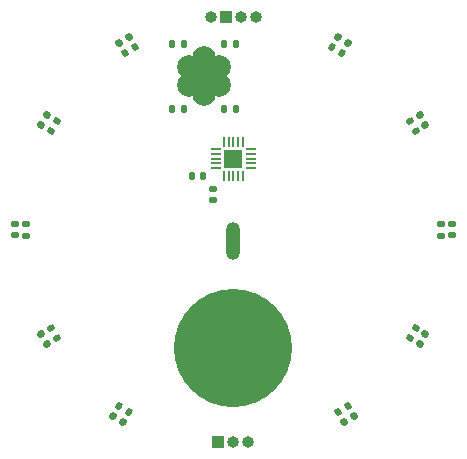
<source format=gts>
%TF.GenerationSoftware,KiCad,Pcbnew,8.0.7*%
%TF.CreationDate,2024-12-04T21:33:05-06:00*%
%TF.ProjectId,b1,62312e6b-6963-4616-945f-706362585858,rev?*%
%TF.SameCoordinates,Original*%
%TF.FileFunction,Soldermask,Top*%
%TF.FilePolarity,Negative*%
%FSLAX46Y46*%
G04 Gerber Fmt 4.6, Leading zero omitted, Abs format (unit mm)*
G04 Created by KiCad (PCBNEW 8.0.7) date 2024-12-04 21:33:05*
%MOMM*%
%LPD*%
G01*
G04 APERTURE LIST*
G04 Aperture macros list*
%AMRoundRect*
0 Rectangle with rounded corners*
0 $1 Rounding radius*
0 $2 $3 $4 $5 $6 $7 $8 $9 X,Y pos of 4 corners*
0 Add a 4 corners polygon primitive as box body*
4,1,4,$2,$3,$4,$5,$6,$7,$8,$9,$2,$3,0*
0 Add four circle primitives for the rounded corners*
1,1,$1+$1,$2,$3*
1,1,$1+$1,$4,$5*
1,1,$1+$1,$6,$7*
1,1,$1+$1,$8,$9*
0 Add four rect primitives between the rounded corners*
20,1,$1+$1,$2,$3,$4,$5,0*
20,1,$1+$1,$4,$5,$6,$7,0*
20,1,$1+$1,$6,$7,$8,$9,0*
20,1,$1+$1,$8,$9,$2,$3,0*%
G04 Aperture macros list end*
%ADD10RoundRect,0.135000X0.209413X0.092715X-0.024413X0.227715X-0.209413X-0.092715X0.024413X-0.227715X0*%
%ADD11RoundRect,0.147500X0.223139X-0.041489X0.075639X0.213989X-0.223139X0.041489X-0.075639X-0.213989X0*%
%ADD12RoundRect,0.140000X-0.140000X-0.170000X0.140000X-0.170000X0.140000X0.170000X-0.140000X0.170000X0*%
%ADD13O,1.000000X1.000000*%
%ADD14R,1.000000X1.000000*%
%ADD15RoundRect,0.135000X0.227715X-0.024413X0.092715X0.209413X-0.227715X0.024413X-0.092715X-0.209413X0*%
%ADD16RoundRect,0.147500X0.213989X0.075639X-0.041489X0.223139X-0.213989X-0.075639X0.041489X-0.223139X0*%
%ADD17RoundRect,0.050000X-0.375000X-0.050000X0.375000X-0.050000X0.375000X0.050000X-0.375000X0.050000X0*%
%ADD18RoundRect,0.050000X-0.050000X-0.375000X0.050000X-0.375000X0.050000X0.375000X-0.050000X0.375000X0*%
%ADD19R,1.650000X1.650000*%
%ADD20C,2.000000*%
%ADD21RoundRect,0.140000X-0.170000X0.140000X-0.170000X-0.140000X0.170000X-0.140000X0.170000X0.140000X0*%
%ADD22RoundRect,0.140000X0.140000X0.170000X-0.140000X0.170000X-0.140000X-0.170000X0.140000X-0.170000X0*%
%ADD23RoundRect,0.135000X0.024413X0.227715X-0.209413X0.092715X-0.024413X-0.227715X0.209413X-0.092715X0*%
%ADD24RoundRect,0.147500X-0.213989X-0.075639X0.041489X-0.223139X0.213989X0.075639X-0.041489X0.223139X0*%
%ADD25RoundRect,0.135000X-0.185000X0.135000X-0.185000X-0.135000X0.185000X-0.135000X0.185000X0.135000X0*%
%ADD26RoundRect,0.135000X0.092715X-0.209413X0.227715X0.024413X-0.092715X0.209413X-0.227715X-0.024413X0*%
%ADD27RoundRect,0.135000X0.185000X-0.135000X0.185000X0.135000X-0.185000X0.135000X-0.185000X-0.135000X0*%
%ADD28RoundRect,0.147500X0.041489X0.223139X-0.213989X0.075639X-0.041489X-0.223139X0.213989X-0.075639X0*%
%ADD29RoundRect,0.135000X-0.209413X-0.092715X0.024413X-0.227715X0.209413X0.092715X-0.024413X0.227715X0*%
%ADD30RoundRect,0.135000X-0.024413X-0.227715X0.209413X-0.092715X0.024413X0.227715X-0.209413X0.092715X0*%
%ADD31C,10.000000*%
%ADD32RoundRect,0.135000X-0.092715X0.209413X-0.227715X-0.024413X0.092715X-0.209413X0.227715X0.024413X0*%
%ADD33O,1.200000X3.200000*%
%ADD34RoundRect,0.147500X-0.041489X-0.223139X0.213989X-0.075639X0.041489X0.223139X-0.213989X0.075639X0*%
%ADD35RoundRect,0.147500X-0.075639X0.213989X-0.223139X-0.041489X0.075639X-0.213989X0.223139X0.041489X0*%
%ADD36C,4.000000*%
%ADD37RoundRect,0.135000X-0.227715X0.024413X-0.092715X-0.209413X0.227715X-0.024413X0.092715X0.209413X0*%
%ADD38RoundRect,0.147500X0.172500X-0.147500X0.172500X0.147500X-0.172500X0.147500X-0.172500X-0.147500X0*%
%ADD39RoundRect,0.147500X0.075639X-0.213989X0.223139X0.041489X-0.075639X0.213989X-0.223139X-0.041489X0*%
%ADD40RoundRect,0.147500X-0.223139X0.041489X-0.075639X-0.213989X0.223139X-0.041489X0.075639X0.213989X0*%
%ADD41RoundRect,0.147500X-0.172500X0.147500X-0.172500X-0.147500X0.172500X-0.147500X0.172500X0.147500X0*%
G04 APERTURE END LIST*
D10*
%TO.C,R1*%
X41166673Y-65453745D03*
X40283327Y-64943745D03*
%TD*%
D11*
%TO.C,D2*%
X34221030Y-59670022D03*
X33736030Y-58829978D03*
%TD*%
D12*
%TO.C,C6*%
X49220000Y-34250000D03*
X50180000Y-34250000D03*
%TD*%
D13*
%TO.C,J1*%
X48095000Y-32000000D03*
D14*
X49365000Y-32000000D03*
D13*
X50635000Y-32000000D03*
X51905000Y-32000000D03*
%TD*%
D15*
%TO.C,R2*%
X35056254Y-59216673D03*
X34546254Y-58333327D03*
%TD*%
D16*
%TO.C,D1*%
X40670022Y-66263969D03*
X39829978Y-65778969D03*
%TD*%
D17*
%TO.C,U1*%
X48550000Y-43200000D03*
X48550000Y-43600000D03*
X48550000Y-44000000D03*
X48550000Y-44400000D03*
X48550000Y-44800000D03*
D18*
X49200000Y-45450000D03*
X49600000Y-45450000D03*
X50000000Y-45450000D03*
X50400000Y-45450000D03*
X50800000Y-45450000D03*
D17*
X51450000Y-44800000D03*
X51450000Y-44400000D03*
X51450000Y-44000000D03*
X51450000Y-43600000D03*
X51450000Y-43200000D03*
D18*
X50800000Y-42550000D03*
X50400000Y-42550000D03*
X50000000Y-42550000D03*
X49600000Y-42550000D03*
X49200000Y-42550000D03*
D19*
X50000000Y-44000000D03*
%TD*%
D20*
%TO.C,T51*%
X47500000Y-37000000D03*
%TD*%
D21*
%TO.C,C1*%
X48275000Y-46570000D03*
X48275000Y-47530000D03*
%TD*%
D22*
%TO.C,C5*%
X45780000Y-34250000D03*
X44820000Y-34250000D03*
%TD*%
D23*
%TO.C,R10*%
X59716673Y-64943745D03*
X58833327Y-65453745D03*
%TD*%
D20*
%TO.C,T55*%
X46200961Y-37750000D03*
%TD*%
%TO.C,T53*%
X48799038Y-37750000D03*
%TD*%
D24*
%TO.C,D6*%
X58829978Y-33736030D03*
X59670022Y-34221030D03*
%TD*%
D25*
%TO.C,R8*%
X67550000Y-49490000D03*
X67550000Y-50510000D03*
%TD*%
D26*
%TO.C,R4*%
X34546254Y-41666673D03*
X35056254Y-40783327D03*
%TD*%
D27*
%TO.C,R3*%
X32450000Y-50510000D03*
X32450000Y-49490000D03*
%TD*%
D20*
%TO.C,T51*%
X47500000Y-35500000D03*
%TD*%
D28*
%TO.C,D10*%
X60170022Y-65778969D03*
X59329978Y-66263969D03*
%TD*%
D12*
%TO.C,C4*%
X49220000Y-39750000D03*
X50180000Y-39750000D03*
%TD*%
D20*
%TO.C,T56*%
X46200961Y-36250000D03*
%TD*%
D22*
%TO.C,C3*%
X45780000Y-39750000D03*
X44820000Y-39750000D03*
%TD*%
D20*
%TO.C,T52*%
X48799038Y-36250000D03*
%TD*%
D29*
%TO.C,R6*%
X58333327Y-34546254D03*
X59216673Y-35056254D03*
%TD*%
D30*
%TO.C,R5*%
X40783327Y-35056254D03*
X41666673Y-34546254D03*
%TD*%
D31*
%TO.C,-*%
X50000000Y-60000000D03*
%TD*%
D20*
%TO.C,T54*%
X47500000Y-38500000D03*
%TD*%
D32*
%TO.C,R9*%
X65453745Y-58333327D03*
X64943745Y-59216673D03*
%TD*%
D33*
%TO.C,T1*%
X50000000Y-51000000D03*
%TD*%
D34*
%TO.C,D5*%
X40329978Y-34221030D03*
X41170022Y-33736030D03*
%TD*%
D14*
%TO.C,J2*%
X48730000Y-68000000D03*
D13*
X50000000Y-68000000D03*
X51270000Y-68000000D03*
%TD*%
D35*
%TO.C,D9*%
X66263969Y-58829978D03*
X65778969Y-59670022D03*
%TD*%
D36*
%TO.C,B1*%
X50000000Y-60000000D03*
%TD*%
D37*
%TO.C,R7*%
X64943745Y-40783327D03*
X65453745Y-41666673D03*
%TD*%
D38*
%TO.C,D3*%
X31500000Y-50485000D03*
X31500000Y-49515000D03*
%TD*%
D39*
%TO.C,D4*%
X33736030Y-41170022D03*
X34221030Y-40329978D03*
%TD*%
D40*
%TO.C,D7*%
X65778969Y-40329978D03*
X66263969Y-41170022D03*
%TD*%
D22*
%TO.C,C2*%
X47430000Y-45450000D03*
X46470000Y-45450000D03*
%TD*%
D41*
%TO.C,D8*%
X68500000Y-49515000D03*
X68500000Y-50485000D03*
%TD*%
M02*

</source>
